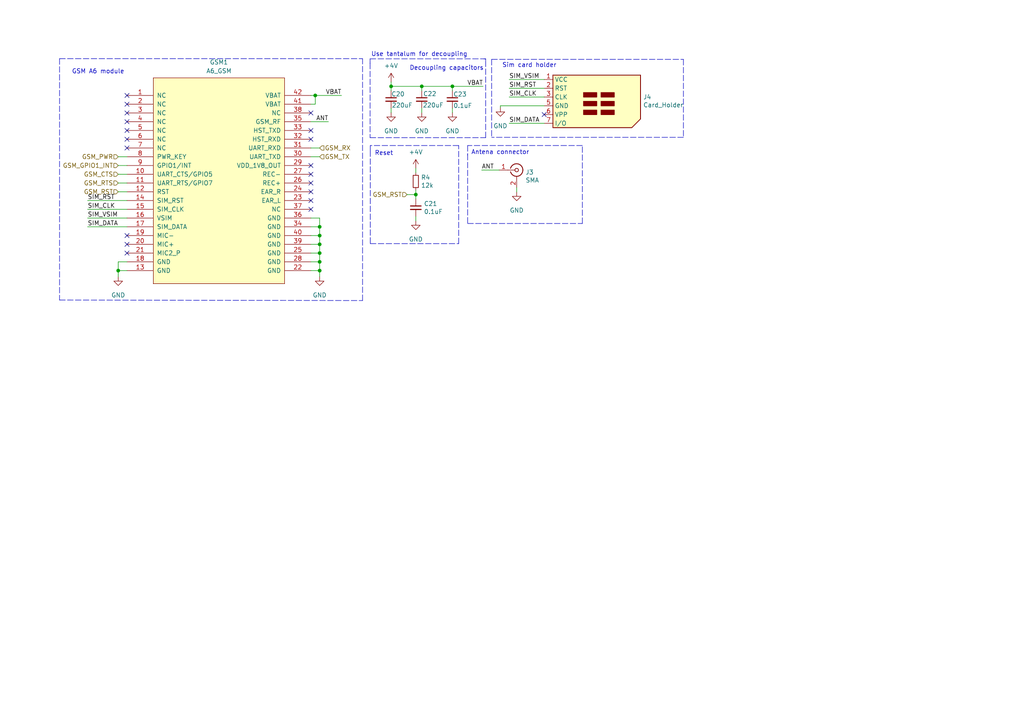
<source format=kicad_sch>
(kicad_sch (version 20211123) (generator eeschema)
  (paper "A4")
  (lib_symbols
    (symbol "Connector:Conn_Coaxial" (pin_names (offset 1.016) hide)
      (property "Reference" "J" (at 0.254 3.048 0))
      (property "Value" "Conn_Coaxial" (at 2.921 0 90))
      (symbol "Conn_Coaxial_0_1"
        (arc (start -1.778 -0.508) (mid 0.222 -1.808) (end 1.778 0) (stroke (width 0.254)))
        (polyline (pts (xy -2.54 0) (xy -0.508 0)))
        (polyline (pts (xy 0 -2.54) (xy 0 -1.778)))
        (circle (center 0 0) (radius 0.508) (stroke (width 0.2032)))
        (arc (start 1.778 0) (mid 0.2221 1.8083) (end -1.778 0.508) (stroke (width 0.254)))
      )
      (symbol "Conn_Coaxial_1_1"
        (pin passive line (at -5.08 0 0) (length 2.54) (name "In") (number "1"))
        (pin passive line (at 0 -5.08 90) (length 2.54) (name "Ext") (number "2"))
      )
    )
    (symbol "Connector:SIM_Card"
      (property "Reference" "J" (at -2.54 12.7 0))
      (property "Value" "SIM_Card" (at -1.27 10.16 0))
      (symbol "SIM_Card_0_1"
        (rectangle (start -1.27 -2.54) (end 2.54 -1.27) (stroke (width 0.254)) (fill (type outline)))
        (rectangle (start -1.27 0) (end 2.54 1.27) (stroke (width 0.254)) (fill (type outline)))
        (rectangle (start -1.27 2.54) (end 2.54 3.81) (stroke (width 0.254)) (fill (type outline)))
        (polyline (pts (xy -10.16 8.89) (xy 15.24 8.89) (xy 15.24 -3.81) (xy 12.7 -6.35) (xy -10.16 -6.35) (xy -10.16 8.89)) (stroke (width 0.254)) (fill (type background)))
        (rectangle (start 3.81 -1.27) (end 7.62 -2.54) (stroke (width 0.254)) (fill (type outline)))
        (rectangle (start 3.81 0) (end 7.62 1.27) (stroke (width 0.254)) (fill (type outline)))
        (rectangle (start 3.81 2.54) (end 7.62 3.81) (stroke (width 0.254)) (fill (type outline)))
      )
      (symbol "SIM_Card_1_1"
        (pin power_in line (at -12.7 7.62 0) (length 2.54) (name "VCC") (number "1"))
        (pin input line (at -12.7 5.08 0) (length 2.54) (name "RST") (number "2"))
        (pin input line (at -12.7 2.54 0) (length 2.54) (name "CLK") (number "3"))
        (pin power_in line (at -12.7 0 0) (length 2.54) (name "GND") (number "5"))
        (pin input line (at -12.7 -2.54 0) (length 2.54) (name "VPP") (number "6"))
        (pin bidirectional line (at -12.7 -5.08 0) (length 2.54) (name "I/O") (number "7"))
      )
    )
    (symbol "Device:C_Small" (pin_numbers hide) (pin_names (offset 0.254) hide)
      (property "Reference" "C" (at 0.254 1.778 0))
      (property "Value" "C_Small" (at 0.254 -2.032 0))
      (symbol "C_Small_0_1"
        (polyline (pts (xy -1.524 -0.508) (xy 1.524 -0.508)) (stroke (width 0.3302)))
        (polyline (pts (xy -1.524 0.508) (xy 1.524 0.508)) (stroke (width 0.3048)))
      )
      (symbol "C_Small_1_1"
        (pin passive line (at 0 2.54 270) (length 2.032) (name "~") (number "1"))
        (pin passive line (at 0 -2.54 90) (length 2.032) (name "~") (number "2"))
      )
    )
    (symbol "Device:R_Small" (pin_numbers hide) (pin_names (offset 0.254) hide)
      (property "Reference" "R" (at 0.762 0.508 0))
      (property "Value" "R_Small" (at 0.762 -1.016 0))
      (symbol "R_Small_0_1"
        (rectangle (start -0.762 1.778) (end 0.762 -1.778) (stroke (width 0.2032)))
      )
      (symbol "R_Small_1_1"
        (pin passive line (at 0 2.54 270) (length 0.762) (name "~") (number "1"))
        (pin passive line (at 0 -2.54 90) (length 0.762) (name "~") (number "2"))
      )
    )
    (symbol "power:+4V" (power) (pin_names (offset 0))
      (property "Value" "+4V" (at 0 3.556 0))
      (symbol "+4V_0_1"
        (polyline (pts (xy -0.762 1.27) (xy 0 2.54)))
        (polyline (pts (xy 0 0) (xy 0 2.54)))
        (polyline (pts (xy 0 2.54) (xy 0.762 1.27)))
      )
      (symbol "+4V_1_1"
        (pin power_in line (at 0 0 90) (length 0) hide (name "+4V") (number "1"))
      )
    )
    (symbol "power:GND" (power) (pin_names (offset 0))
      (property "Value" "GND" (at 0 -3.81 0))
      (symbol "GND_0_1"
        (polyline (pts (xy 0 0) (xy 0 -1.27) (xy 1.27 -1.27) (xy 0 -2.54) (xy -1.27 -1.27) (xy 0 -1.27)))
      )
      (symbol "GND_1_1"
        (pin power_in line (at 0 0 270) (length 0) hide (name "GND") (number "1"))
      )
    )
    (symbol "schematics:A6_GSM" (pin_names (offset 1.016))
      (property "Reference" "GSM" (at 0 25.4 0))
      (property "Value" "A6_GSM" (at 0 27.94 0))
      (symbol "A6_GSM_1_0"
        (rectangle (start -19.05 -29.21) (end 19.05 30.48) (fill (type background)))
      )
      (symbol "A6_GSM_1_1"
        (pin unspecified line (at -26.67 25.4 0) (length 7.62) (name "NC") (number "1"))
        (pin input line (at -26.67 2.54 0) (length 7.62) (name "UART_CTS/GPIO5") (number "10"))
        (pin input line (at -26.67 0 0) (length 7.62) (name "UART_RTS/GPIO7") (number "11"))
        (pin input line (at -26.67 -2.54 0) (length 7.62) (name "RST") (number "12"))
        (pin input line (at -26.67 -25.4 0) (length 7.62) (name "GND") (number "13"))
        (pin output line (at -26.67 -5.08 0) (length 7.62) (name "SIM_RST") (number "14"))
        (pin output line (at -26.67 -7.62 0) (length 7.62) (name "SIM_CLK") (number "15"))
        (pin power_out line (at -26.67 -10.16 0) (length 7.62) (name "VSIM") (number "16"))
        (pin input line (at -26.67 -12.7 0) (length 7.62) (name "SIM_DATA") (number "17"))
        (pin input line (at -26.67 -22.86 0) (length 7.62) (name "GND") (number "18"))
        (pin input line (at -26.67 -15.24 0) (length 7.62) (name "MIC-") (number "19"))
        (pin unspecified line (at -26.67 22.86 0) (length 7.62) (name "NC") (number "2"))
        (pin input line (at -26.67 -17.78 0) (length 7.62) (name "MIC+") (number "20"))
        (pin input line (at -26.67 -20.32 0) (length 7.62) (name "MIC2_P") (number "21"))
        (pin input line (at 26.67 -25.4 180) (length 7.62) (name "GND") (number "22"))
        (pin input line (at 26.67 -5.08 180) (length 7.62) (name "EAR_L") (number "23"))
        (pin input line (at 26.67 -2.54 180) (length 7.62) (name "EAR_R") (number "24"))
        (pin input line (at 26.67 -20.32 180) (length 7.62) (name "GND") (number "25"))
        (pin input line (at 26.67 0 180) (length 7.62) (name "REC+") (number "26"))
        (pin input line (at 26.67 2.54 180) (length 7.62) (name "REC-") (number "27"))
        (pin input line (at 26.67 -22.86 180) (length 7.62) (name "GND") (number "28"))
        (pin input line (at 26.67 5.08 180) (length 7.62) (name "VDD_1V8_OUT") (number "29"))
        (pin unspecified line (at -26.67 20.32 0) (length 7.62) (name "NC") (number "3"))
        (pin input line (at 26.67 7.62 180) (length 7.62) (name "UART_TXD") (number "30"))
        (pin input line (at 26.67 10.16 180) (length 7.62) (name "UART_RXD") (number "31"))
        (pin input line (at 26.67 12.7 180) (length 7.62) (name "HST_RXD") (number "32"))
        (pin input line (at 26.67 15.24 180) (length 7.62) (name "HST_TXD") (number "33"))
        (pin input line (at 26.67 -12.7 180) (length 7.62) (name "GND") (number "34"))
        (pin input line (at 26.67 17.78 180) (length 7.62) (name "GSM_RF") (number "35"))
        (pin input line (at 26.67 -10.16 180) (length 7.62) (name "GND") (number "36"))
        (pin input line (at 26.67 -7.62 180) (length 7.62) (name "NC") (number "37"))
        (pin input line (at 26.67 20.32 180) (length 7.62) (name "NC") (number "38"))
        (pin input line (at 26.67 -17.78 180) (length 7.62) (name "GND") (number "39"))
        (pin unspecified line (at -26.67 17.78 0) (length 7.62) (name "NC") (number "4"))
        (pin input line (at 26.67 -15.24 180) (length 7.62) (name "GND") (number "40"))
        (pin input line (at 26.67 22.86 180) (length 7.62) (name "VBAT") (number "41"))
        (pin input line (at 26.67 25.4 180) (length 7.62) (name "VBAT") (number "42"))
        (pin unspecified line (at -26.67 15.24 0) (length 7.62) (name "NC") (number "5"))
        (pin unspecified line (at -26.67 12.7 0) (length 7.62) (name "NC") (number "6"))
        (pin unspecified line (at -26.67 10.16 0) (length 7.62) (name "NC") (number "7"))
        (pin input line (at -26.67 7.62 0) (length 7.62) (name "PWR_KEY") (number "8"))
        (pin input line (at -26.67 5.08 0) (length 7.62) (name "GPIO1/INT") (number "9"))
      )
    )
  )
  (junction (at 92.71 78.486))
  (junction (at 92.71 75.946))
  (junction (at 113.4364 25.0444))
  (junction (at 92.71 65.786))
  (junction (at 131.2164 25.0444))
  (junction (at 122.3264 25.0444))
  (junction (at 34.29 78.486))
  (junction (at 92.71 70.866))
  (junction (at 92.71 68.326))
  (junction (at 91.44 27.686))
  (junction (at 120.5992 56.4388))
  (junction (at 92.71 73.406))
  (no_connect (at 90.17 50.546))
  (no_connect (at 36.83 42.926))
  (no_connect (at 90.17 60.706))
  (no_connect (at 90.17 40.386))
  (no_connect (at 90.17 48.006))
  (no_connect (at 36.83 73.406))
  (no_connect (at 157.8356 33.2232))
  (no_connect (at 90.17 53.086))
  (no_connect (at 90.17 32.766))
  (no_connect (at 36.83 32.766))
  (no_connect (at 36.83 35.306))
  (no_connect (at 36.83 40.386))
  (no_connect (at 36.83 68.326))
  (no_connect (at 90.17 58.166))
  (no_connect (at 36.83 30.226))
  (no_connect (at 90.17 37.846))
  (no_connect (at 36.83 70.866))
  (no_connect (at 90.17 55.626))
  (no_connect (at 36.83 27.686))
  (no_connect (at 36.83 37.846))
  (polyline (pts (xy 142.5956 17.2212) (xy 198.2216 17.2212)))
  (wire (pts (xy 145.1356 30.6832) (xy 157.8356 30.6832)))
  (wire (pts (xy 147.6756 28.1432) (xy 157.8356 28.1432)))
  (polyline (pts (xy 107.3912 70.6628) (xy 133.0452 70.6628)))
  (polyline (pts (xy 198.2216 39.8272) (xy 142.5956 39.8272)))
  (wire (pts (xy 34.29 50.546) (xy 36.83 50.546)))
  (polyline (pts (xy 133.0452 70.6628) (xy 133.0452 42.2148)))
  (polyline (pts (xy 142.5956 17.2212) (xy 142.5956 39.8272)))
  (wire (pts (xy 92.71 70.866) (xy 90.17 70.866)))
  (polyline (pts (xy 17.272 17.018) (xy 105.156 17.018)))
  (polyline (pts (xy 107.3912 42.2148) (xy 107.3912 43.7388)))
  (wire (pts (xy 90.17 27.686) (xy 91.44 27.686)))
  (wire (pts (xy 25.4 60.706) (xy 36.83 60.706)))
  (wire (pts (xy 147.6756 35.7632) (xy 157.8356 35.7632)))
  (wire (pts (xy 122.3264 25.0444) (xy 122.3264 26.3144)))
  (polyline (pts (xy 107.3404 17.0688) (xy 107.3404 18.3388)))
  (wire (pts (xy 92.71 75.946) (xy 92.71 78.486)))
  (wire (pts (xy 34.29 78.486) (xy 34.29 75.946)))
  (polyline (pts (xy 168.91 64.8208) (xy 168.91 42.2148)))
  (wire (pts (xy 92.71 73.406) (xy 92.71 75.946)))
  (wire (pts (xy 25.4 65.786) (xy 36.83 65.786)))
  (polyline (pts (xy 133.0452 42.2148) (xy 107.3912 42.2148)))
  (wire (pts (xy 122.3264 32.6644) (xy 122.3264 31.3944)))
  (wire (pts (xy 91.44 27.686) (xy 99.06 27.686)))
  (polyline (pts (xy 140.8684 17.5768) (xy 140.8684 17.0688)))
  (polyline (pts (xy 135.636 42.2148) (xy 135.636 45.0088)))
  (wire (pts (xy 131.2164 25.0444) (xy 140.1064 25.0444)))
  (wire (pts (xy 139.7 49.3268) (xy 144.78 49.3268)))
  (polyline (pts (xy 107.3404 17.0688) (xy 140.8684 17.0688)))
  (wire (pts (xy 113.4364 23.7744) (xy 113.4364 25.0444)))
  (wire (pts (xy 34.29 45.466) (xy 36.83 45.466)))
  (wire (pts (xy 147.6756 23.0632) (xy 157.8356 23.0632)))
  (wire (pts (xy 120.5992 56.4388) (xy 120.5992 57.7088)))
  (wire (pts (xy 92.71 68.326) (xy 92.71 70.866)))
  (polyline (pts (xy 17.272 17.018) (xy 17.272 87.0204)))
  (wire (pts (xy 92.71 42.926) (xy 90.17 42.926)))
  (polyline (pts (xy 135.636 44.7548) (xy 135.636 64.8208)))
  (wire (pts (xy 145.1356 30.6832) (xy 145.1356 31.1912)))
  (wire (pts (xy 90.17 68.326) (xy 92.71 68.326)))
  (wire (pts (xy 90.17 75.946) (xy 92.71 75.946)))
  (wire (pts (xy 92.71 65.786) (xy 92.71 68.326)))
  (wire (pts (xy 25.4 63.246) (xy 36.83 63.246)))
  (wire (pts (xy 113.4364 25.0444) (xy 122.3264 25.0444)))
  (wire (pts (xy 91.44 30.226) (xy 90.17 30.226)))
  (wire (pts (xy 95.25 35.306) (xy 90.17 35.306)))
  (wire (pts (xy 34.29 75.946) (xy 36.83 75.946)))
  (polyline (pts (xy 140.8684 39.9288) (xy 140.8684 17.0688)))
  (polyline (pts (xy 105.156 87.1728) (xy 105.156 17.018)))
  (wire (pts (xy 36.83 55.626) (xy 34.29 55.626)))
  (wire (pts (xy 120.5992 64.0588) (xy 120.5992 62.7888)))
  (wire (pts (xy 92.71 78.486) (xy 92.71 80.264)))
  (wire (pts (xy 34.29 48.006) (xy 36.83 48.006)))
  (wire (pts (xy 92.71 65.786) (xy 90.17 65.786)))
  (polyline (pts (xy 135.636 64.8208) (xy 168.91 64.8208)))
  (polyline (pts (xy 107.3404 39.9288) (xy 140.8684 39.9288)))
  (polyline (pts (xy 198.2216 17.2212) (xy 198.2216 39.8272)))
  (polyline (pts (xy 140.8684 17.0688) (xy 140.3604 17.0688)))
  (wire (pts (xy 118.0592 56.4388) (xy 120.5992 56.4388)))
  (wire (pts (xy 90.17 73.406) (xy 92.71 73.406)))
  (wire (pts (xy 92.71 63.246) (xy 90.17 63.246)))
  (wire (pts (xy 113.4364 31.3944) (xy 113.4364 32.6644)))
  (wire (pts (xy 92.71 63.246) (xy 92.71 65.786)))
  (wire (pts (xy 34.29 78.486) (xy 34.29 80.264)))
  (wire (pts (xy 90.17 78.486) (xy 92.71 78.486)))
  (wire (pts (xy 91.44 27.686) (xy 91.44 30.226)))
  (wire (pts (xy 25.4 58.166) (xy 36.83 58.166)))
  (wire (pts (xy 113.4364 25.0444) (xy 113.4364 26.3144)))
  (wire (pts (xy 131.2164 32.6644) (xy 131.2164 31.3944)))
  (wire (pts (xy 147.6756 25.6032) (xy 157.8356 25.6032)))
  (wire (pts (xy 120.5992 55.1688) (xy 120.5992 56.4388)))
  (polyline (pts (xy 107.3912 43.7388) (xy 107.3912 70.6628)))
  (wire (pts (xy 122.3264 25.0444) (xy 131.2164 25.0444)))
  (wire (pts (xy 92.71 70.866) (xy 92.71 73.406)))
  (wire (pts (xy 120.5992 48.8188) (xy 120.5992 50.0888)))
  (wire (pts (xy 34.29 78.486) (xy 36.83 78.486)))
  (wire (pts (xy 92.71 45.466) (xy 90.17 45.466)))
  (polyline (pts (xy 17.272 87.0204) (xy 105.156 87.1728)))
  (wire (pts (xy 149.86 54.4068) (xy 149.86 55.6768)))
  (wire (pts (xy 131.2164 25.0444) (xy 131.2164 26.3144)))
  (polyline (pts (xy 107.3404 18.3388) (xy 107.3404 39.9288)))
  (polyline (pts (xy 168.91 42.2148) (xy 135.636 42.2148)))
  (wire (pts (xy 36.83 53.086) (xy 34.29 53.086)))
  (text "Use tantalum for decoupling\n" (at 107.6452 16.5608 0) (effects (font (size 1.27 1.27)) (justify left bottom)))
  (text "Decoupling capacitors\n" (at 118.7704 20.574 0) (effects (font (size 1.27 1.27)) (justify left bottom)))
  (text "Reset" (at 108.6612 45.2628 0) (effects (font (size 1.27 1.27)) (justify left bottom)))
  (text "GSM A6 module\n" (at 20.828 21.59 0) (effects (font (size 1.27 1.27)) (justify left bottom)))
  (text "Sim card holder\n" (at 145.6436 19.7612 0) (effects (font (size 1.27 1.27)) (justify left bottom)))
  (text "Antena connector" (at 136.652 45.0088 0) (effects (font (size 1.27 1.27)) (justify left bottom)))
  (label "VBAT" (at 140.1064 25.0444 180))
  (label "SIM_CLK" (at 147.6756 28.1432 0))
  (label "ANT" (at 95.25 35.306 180))
  (label "SIM_DATA" (at 25.4 65.786 0))
  (label "SIM_RST" (at 147.6756 25.6032 0))
  (label "SIM_CLK" (at 25.4 60.706 0))
  (label "VBAT" (at 99.06 27.686 180))
  (label "SIM_RST" (at 25.4 58.166 0))
  (label "SIM_VSIM" (at 25.4 63.246 0))
  (label "ANT" (at 139.7 49.3268 0))
  (label "SIM_VSIM" (at 147.6756 23.0632 0))
  (label "SIM_DATA" (at 147.6756 35.7632 0))
  (hierarchical_label "GSM_CTS" (shape input) (at 34.29 50.546 180))
  (hierarchical_label "GSM_RTS" (shape input) (at 34.29 53.086 180))
  (hierarchical_label "GSM_RST" (shape input) (at 118.0592 56.4388 180))
  (hierarchical_label "GSM_GPIO1_INT" (shape input) (at 34.29 48.006 180))
  (hierarchical_label "GSM_TX" (shape input) (at 92.71 45.466 0))
  (hierarchical_label "GSM_RX" (shape input) (at 92.71 42.926 0))
  (hierarchical_label "GSM_RST" (shape input) (at 34.29 55.626 180))
  (hierarchical_label "GSM_PWR" (shape input) (at 34.29 45.466 180))
  (symbol (lib_id "power:GND") (at 34.29 80.264 0) (unit 1)
    (property "Reference" "#PWR0131" (effects hide))
    (property "Value" "GND" (at 34.29 85.598 0))
  )
  (symbol (lib_id "Device:C_Small") (at 113.4364 28.8544 0) (unit 1)
    (property "Reference" "C20" (at 113.4872 27.2796 0) (effects (justify left)))
    (property "Value" "220uF" (at 113.5888 30.5308 0) (effects (justify left)))
    (property "Footprint" "Capacitor_Tantalum_SMD:CP_EIA-3216-10_Kemet-I_Pad1.58x1.35mm_HandSolder" (effects hide))
  )
  (symbol (lib_id "Device:R_Small") (at 120.5992 52.6288 0) (unit 1)
    (property "Reference" "R4" (at 122.0978 51.4604 0) (effects (justify left)))
    (property "Value" "12k" (at 122.0978 53.7718 0) (effects (justify left)))
    (property "Footprint" "Capacitor_SMD:C_0603_1608Metric" (effects hide))
  )
  (symbol (lib_id "Connector:SIM_Card") (at 170.5356 30.6832 0) (unit 1)
    (property "Reference" "J4" (at 186.5376 28.1432 0) (effects (justify left)))
    (property "Value" "Card_Holder" (at 186.5376 30.4546 0) (effects (justify left)))
    (property "Footprint" "footprints:MOLEX_78800-0001" (effects hide))
    (property "Datasheet" " ~" (effects hide))
  )
  (symbol (lib_id "power:+4V") (at 113.4364 23.7744 0) (unit 1)
    (property "Reference" "#PWR0129" (effects hide))
    (property "Value" "+4V" (at 113.4364 19.0754 0))
  )
  (symbol (lib_id "power:GND") (at 92.71 80.264 0) (unit 1)
    (property "Reference" "#PWR0130" (effects hide))
    (property "Value" "GND" (at 92.71 85.598 0))
  )
  (symbol (lib_id "Device:C_Small") (at 131.2164 28.8544 0) (unit 1)
    (property "Reference" "C23" (at 131.4704 27.3304 0) (effects (justify left)))
    (property "Value" "0.1uF" (at 131.4704 30.6324 0) (effects (justify left)))
    (property "Footprint" "Capacitor_SMD:C_0603_1608Metric" (effects hide))
  )
  (symbol (lib_id "Connector:Conn_Coaxial") (at 149.86 49.3268 0) (unit 1)
    (property "Reference" "J3" (at 152.4 49.9618 0) (effects (justify left)))
    (property "Value" "SMA" (at 152.4 52.2732 0) (effects (justify left)))
    (property "Footprint" "Connector_Coaxial:SMA_Amphenol_132134-16_Vertical" (effects hide))
    (property "Datasheet" " ~" (effects hide))
  )
  (symbol (lib_id "power:GND") (at 113.4364 32.6644 0) (unit 1)
    (property "Reference" "#PWR01" (effects hide))
    (property "Value" "GND" (at 113.4364 37.9984 0))
  )
  (symbol (lib_id "Device:C_Small") (at 120.5992 60.2488 0) (unit 1)
    (property "Reference" "C21" (at 122.936 59.0804 0) (effects (justify left)))
    (property "Value" "0.1uF" (at 122.936 61.3918 0) (effects (justify left)))
    (property "Footprint" "Capacitor_SMD:C_0603_1608Metric" (effects hide))
  )
  (symbol (lib_id "Device:C_Small") (at 122.3264 28.8544 0) (unit 1)
    (property "Reference" "C22" (at 122.7074 27.2034 0) (effects (justify left)))
    (property "Value" "220uF" (at 122.5804 30.5054 0) (effects (justify left)))
    (property "Footprint" "Capacitor_Tantalum_SMD:CP_EIA-3216-10_Kemet-I_Pad1.58x1.35mm_HandSolder" (effects hide))
  )
  (symbol (lib_id "power:GND") (at 120.5992 64.0588 0) (unit 1)
    (property "Reference" "#PWR0126" (effects hide))
    (property "Value" "GND" (at 120.5992 69.3928 0))
  )
  (symbol (lib_id "power:GND") (at 145.1356 31.1912 0) (unit 1)
    (property "Reference" "#PWR0127" (effects hide))
    (property "Value" "GND" (at 145.1356 36.5252 0))
  )
  (symbol (lib_id "power:GND") (at 149.86 55.6768 0) (unit 1)
    (property "Reference" "#PWR0123" (effects hide))
    (property "Value" "GND" (at 149.86 61.0108 0))
  )
  (symbol (lib_id "power:GND") (at 131.2164 32.6644 0) (unit 1)
    (property "Reference" "#PWR0124" (effects hide))
    (property "Value" "GND" (at 131.2164 37.9984 0))
  )
  (symbol (lib_id "power:GND") (at 122.3264 32.6644 0) (unit 1)
    (property "Reference" "#PWR02" (effects hide))
    (property "Value" "GND" (at 122.3264 37.9984 0))
  )
  (symbol (lib_id "power:+4V") (at 120.5992 48.8188 0) (unit 1)
    (property "Reference" "#PWR0125" (effects hide))
    (property "Value" "+4V" (at 120.5992 44.1198 0))
  )
  (symbol (lib_id "schematics:A6_GSM") (at 63.5 53.086 0) (unit 1)
    (property "Reference" "GSM1" (at 63.5 18.034 0))
    (property "Value" "A6_GSM" (at 63.5 20.574 0))
    (property "Footprint" "MODULE" (effects hide))
    (property "Datasheet" "DOCUMENTATION" (effects hide))
  )
)
</source>
